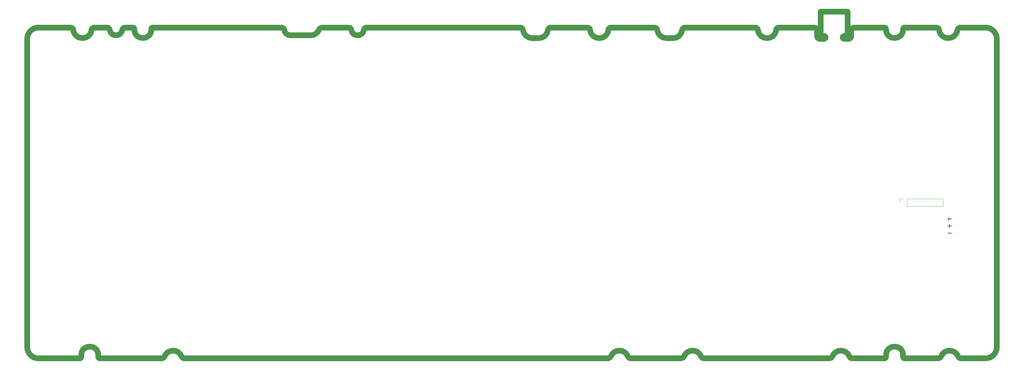
<source format=gbr>
%TF.GenerationSoftware,KiCad,Pcbnew,(6.0.6)*%
%TF.CreationDate,2022-09-06T18:10:04+07:00*%
%TF.ProjectId,solderCurved,736f6c64-6572-4437-9572-7665642e6b69,rev?*%
%TF.SameCoordinates,Original*%
%TF.FileFunction,Legend,Top*%
%TF.FilePolarity,Positive*%
%FSLAX46Y46*%
G04 Gerber Fmt 4.6, Leading zero omitted, Abs format (unit mm)*
G04 Created by KiCad (PCBNEW (6.0.6)) date 2022-09-06 18:10:04*
%MOMM*%
%LPD*%
G01*
G04 APERTURE LIST*
%ADD10C,2.000000*%
%ADD11C,0.300000*%
%ADD12C,0.120000*%
G04 APERTURE END LIST*
D10*
X298919218Y-19312490D02*
G75*
G03*
X298919218Y-18312510I-18J499990D01*
G01*
X275380263Y-16197919D02*
G75*
G03*
X274387166Y-15315500I-993063J-117581D01*
G01*
X298919218Y-19312510D02*
X297338950Y-19312510D01*
X297619190Y-17812510D02*
G75*
G03*
X298119218Y-18312510I500010J10D01*
G01*
X298119218Y-18312510D02*
X298919218Y-18312510D01*
X296339000Y-16315500D02*
G75*
G03*
X295338950Y-15315500I-1000000J0D01*
G01*
X296338950Y-18312510D02*
X296338950Y-16315500D01*
X295338950Y-15315500D02*
X282828210Y-15315500D01*
X282828210Y-15315510D02*
G75*
G03*
X281835146Y-16197924I-10J-999990D01*
G01*
X275380252Y-16197920D02*
G75*
G03*
X281835147Y-16197925I3227448J382120D01*
G01*
X296338890Y-18312510D02*
G75*
G03*
X297338950Y-19312510I1000010J10D01*
G01*
X238666678Y-15315499D02*
X223296651Y-15315500D01*
X274387167Y-15315499D02*
X249491969Y-15315500D01*
X249491969Y-15315469D02*
G75*
G03*
X248498905Y-16197924I31J-1000031D01*
G01*
X245271448Y-19065801D02*
X242887200Y-19065801D01*
X239659763Y-16197920D02*
G75*
G03*
X238666677Y-15315500I-993063J-117580D01*
G01*
X245271448Y-19065848D02*
G75*
G03*
X248498906Y-16197924I-48J3250048D01*
G01*
X239659741Y-16197923D02*
G75*
G03*
X242887199Y-19065801I3227459J382123D01*
G01*
X116689946Y-18065568D02*
G75*
G03*
X119730523Y-15962614I-46J3249668D01*
G01*
X107313909Y-16161755D02*
G75*
G03*
X106325845Y-15315501I-988109J-153745D01*
G01*
X201866669Y-15315469D02*
G75*
G03*
X200873605Y-16197924I31J-1000031D01*
G01*
X136558659Y-15315459D02*
G75*
G03*
X135570196Y-16164037I41J-1000041D01*
G01*
X223296651Y-15315451D02*
G75*
G03*
X222303587Y-16197924I49J-1000049D01*
G01*
X116689946Y-18065500D02*
X109537197Y-18065802D01*
X191041378Y-15315499D02*
X136558659Y-15315500D01*
X214855609Y-15315500D02*
X201866669Y-15315500D01*
X120666189Y-15315490D02*
G75*
G03*
X119730523Y-15962614I11J-1000010D01*
G01*
X197646148Y-19065848D02*
G75*
G03*
X200873606Y-16197924I-48J3250048D01*
G01*
X192034463Y-16197920D02*
G75*
G03*
X191041377Y-15315500I-993063J-117580D01*
G01*
X215848613Y-16197930D02*
G75*
G03*
X222303588Y-16197925I3227487J379130D01*
G01*
X192034441Y-16197923D02*
G75*
G03*
X195261899Y-19065801I3227459J382123D01*
G01*
X131132064Y-16164038D02*
G75*
G03*
X130143600Y-15315499I-988464J-151462D01*
G01*
X215848663Y-16197924D02*
G75*
G03*
X214855608Y-15315501I-993063J-117576D01*
G01*
X197646148Y-19065801D02*
X195261900Y-19065801D01*
X130143600Y-15315500D02*
X120666189Y-15315500D01*
X60650020Y-15315519D02*
G75*
G03*
X60150019Y-15815499I-20J-499981D01*
G01*
X107313952Y-16161748D02*
G75*
G03*
X109537198Y-18065803I2223248J345948D01*
G01*
X131132008Y-16164045D02*
G75*
G03*
X135570193Y-16164038I2219092J340045D01*
G01*
X106325845Y-15315500D02*
X60650020Y-15315500D01*
X306719209Y-18312509D02*
G75*
G03*
X307219209Y-17812510I-9J500009D01*
G01*
X229267260Y-132151132D02*
G75*
G03*
X230203372Y-132799501I936140J351632D01*
G01*
X307219209Y-17812510D02*
X307219209Y-9662517D01*
X307219209Y-9662517D02*
X297619218Y-9662517D01*
X297619218Y-9662517D02*
X297619218Y-17812510D01*
X32491775Y-16197987D02*
G75*
G03*
X31498636Y-15315585I-993075J-117613D01*
G01*
X32491780Y-16197987D02*
G75*
G03*
X38946687Y-16197925I3227450J382187D01*
G01*
X41325020Y-131600019D02*
X41325020Y-132299500D01*
X326850020Y-131600019D02*
X326850020Y-132299500D01*
X41325020Y-131600019D02*
G75*
G03*
X35325020Y-131600019I-3000000J0D01*
G01*
X50837485Y-15315485D02*
G75*
G03*
X49849376Y-16161746I15J-1000015D01*
G01*
X256166677Y-132799502D02*
X300823321Y-132799500D01*
X70913639Y-132152135D02*
G75*
G03*
X71849438Y-132799500I935761J352635D01*
G01*
X326850000Y-132299500D02*
G75*
G03*
X327350020Y-132799500I500000J0D01*
G01*
X20125951Y-132799499D02*
X34825019Y-132799500D01*
X20214941Y-15316501D02*
G75*
G03*
X16125950Y-19404500I-88611J-4000359D01*
G01*
X41325000Y-132299500D02*
G75*
G03*
X41825020Y-132799500I500000J0D01*
G01*
X320850020Y-132299500D02*
X320850020Y-131600019D01*
X35325020Y-132299500D02*
X35325020Y-131600019D01*
X347351677Y-132799500D02*
X356125950Y-132799500D01*
X360125999Y-19315499D02*
G75*
G03*
X356125949Y-15315501I-3999799J199D01*
G01*
X338679477Y-15315501D02*
X327349158Y-15315500D01*
X45402907Y-16161744D02*
G75*
G03*
X44414775Y-15315502I-988107J-153756D01*
G01*
X347067514Y-15316751D02*
G75*
G03*
X346127477Y-16197766I52986J-998549D01*
G01*
X327349158Y-15315520D02*
G75*
G03*
X326850019Y-15815499I842J-499980D01*
G01*
X34825019Y-132799520D02*
G75*
G03*
X35325020Y-132299501I-19J500020D01*
G01*
X307841006Y-132152318D02*
G75*
G03*
X308776677Y-132799502I935694J352818D01*
G01*
X320350020Y-132799520D02*
G75*
G03*
X320850020Y-132299500I-20J500020D01*
G01*
X339398321Y-132799520D02*
G75*
G03*
X340334010Y-132152326I-21J1000020D01*
G01*
X16125950Y-19404499D02*
X16125951Y-128799500D01*
X320849980Y-16037519D02*
G75*
G03*
X326850020Y-16037520I3000020J19D01*
G01*
X41825020Y-132799500D02*
X63896450Y-132799500D01*
X346416006Y-132152318D02*
G75*
G03*
X347351677Y-132799502I935694J352818D01*
G01*
X320850020Y-16037519D02*
X320850019Y-15815498D01*
X356125950Y-132799552D02*
G75*
G03*
X360125952Y-128799499I250J3999752D01*
G01*
X320349157Y-15315499D02*
X309498949Y-15315500D01*
X31498637Y-15315584D02*
X20214941Y-15316500D01*
X63896450Y-132799546D02*
G75*
G03*
X64832215Y-132152123I-50J1000046D01*
G01*
X70913667Y-132152124D02*
G75*
G03*
X64832214Y-132152124I-3040727J-1145836D01*
G01*
X222249737Y-132794594D02*
G75*
G03*
X223185290Y-132147407I-137J999994D01*
G01*
X229267305Y-132151115D02*
G75*
G03*
X223185290Y-132147408I-3041705J-1142585D01*
G01*
X44414775Y-15315501D02*
X39939750Y-15315500D01*
X326850020Y-131600019D02*
G75*
G03*
X320850020Y-131600019I-3000000J0D01*
G01*
X339672539Y-16197927D02*
G75*
G03*
X346127480Y-16197766I3227461J382127D01*
G01*
X326850019Y-15815499D02*
X326850020Y-16037520D01*
X309498949Y-15315549D02*
G75*
G03*
X308498949Y-16315500I-49J-999951D01*
G01*
X308776677Y-132799500D02*
X320350020Y-132799500D01*
X308498949Y-16315500D02*
X308498949Y-18312510D01*
X307498949Y-19312549D02*
G75*
G03*
X308498949Y-18312510I-49J1000049D01*
G01*
X16125950Y-128799500D02*
G75*
G03*
X20125951Y-132799500I3999730J-270D01*
G01*
X39939750Y-15315450D02*
G75*
G03*
X38946686Y-16197924I50J-1000050D01*
G01*
X307840988Y-132152324D02*
G75*
G03*
X301759012Y-132152325I-3040988J-1146676D01*
G01*
X327350020Y-132799500D02*
X339398321Y-132799500D01*
X360125951Y-128799500D02*
X360125950Y-19315499D01*
X339672562Y-16197924D02*
G75*
G03*
X338679478Y-15315502I-993062J-117576D01*
G01*
X320850001Y-15815498D02*
G75*
G03*
X320349157Y-15315500I-500001J-2D01*
G01*
X307498949Y-19312510D02*
X305919209Y-19312510D01*
X45402882Y-16161748D02*
G75*
G03*
X49849379Y-16161747I2223248J345948D01*
G01*
X356125950Y-15315501D02*
X347067511Y-15316697D01*
X305919209Y-18312490D02*
G75*
G03*
X305919209Y-19312510I-9J-500010D01*
G01*
X71849438Y-132799500D02*
X222249737Y-132794616D01*
X300823321Y-132799520D02*
G75*
G03*
X301759010Y-132152326I-21J1000020D01*
G01*
X346415987Y-132152325D02*
G75*
G03*
X340334013Y-132152325I-3040987J-1146682D01*
G01*
X305919209Y-18312510D02*
X306719209Y-18312510D01*
X54150000Y-15815500D02*
G75*
G03*
X53650020Y-15315500I-500000J0D01*
G01*
X53650020Y-15315500D02*
X50837485Y-15315500D01*
X54150020Y-16037520D02*
G75*
G03*
X60150020Y-16037520I3000000J0D01*
G01*
X60150019Y-15815499D02*
X60150020Y-16037520D01*
X54150020Y-16037520D02*
X54150020Y-15815500D01*
X255230988Y-132152324D02*
G75*
G03*
X249149012Y-132152325I-3040988J-1146676D01*
G01*
X255231006Y-132152318D02*
G75*
G03*
X256166677Y-132799502I935694J352818D01*
G01*
X248213321Y-132799520D02*
G75*
G03*
X249149010Y-132152326I-21J1000020D01*
G01*
X230203372Y-132799501D02*
X248213321Y-132799500D01*
D11*
X342828571Y-88372142D02*
X343971428Y-88372142D01*
X343971428Y-83292142D02*
X342828571Y-83292142D01*
X343114285Y-83577857D02*
X342828571Y-83292142D01*
X343114285Y-83006428D01*
X342828571Y-85832142D02*
X343971428Y-85832142D01*
X343400000Y-86403571D02*
X343400000Y-85260714D01*
D12*
%TO.C,J10*%
X341055000Y-78800000D02*
X341055000Y-76140000D01*
X325695000Y-76140000D02*
X327025000Y-76140000D01*
X328295000Y-76140000D02*
X341055000Y-76140000D01*
X328295000Y-78800000D02*
X328295000Y-76140000D01*
X325695000Y-77470000D02*
X325695000Y-76140000D01*
X328295000Y-78800000D02*
X341055000Y-78800000D01*
%TD*%
M02*

</source>
